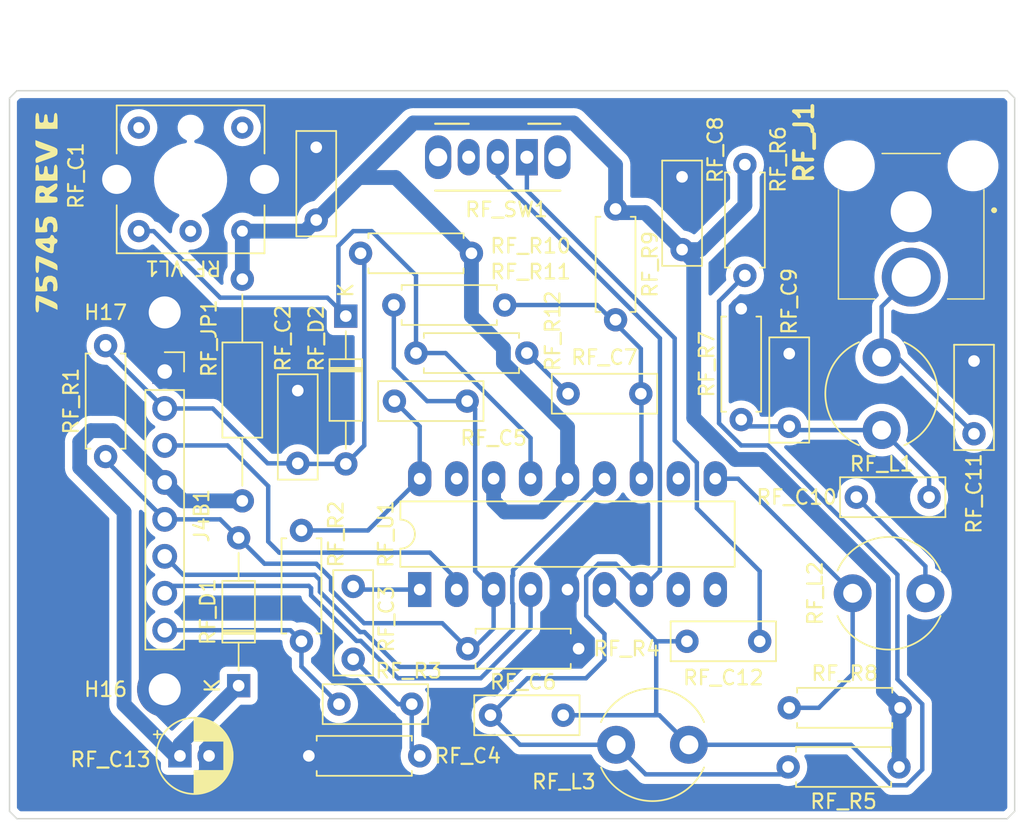
<source format=kicad_pcb>
(kicad_pcb (version 20211014) (generator pcbnew)
  (layers (0 "F.Cu" signal) (31 "B.Cu" signal) (34 "B.Paste" user) (35 "F.Paste" user) (36 "B.SilkS" user "B.Silkscreen") (37 "F.SilkS" user "F.Silkscreen") (38 "B.Mask" user) (39 "F.Mask" user) (44 "Edge.Cuts" user))
  (net 0 "")
  (footprint "Resistor_THT:R_Axial_DIN0207_L6.3mm_D2.5mm_P7.62mm_Horizontal" (layer "F.Cu") (at 163.83 113.792)
    (fp_text reference "RF_R8" (at 3.81 -2.37) (layer "F.SilkS"))
    (fp_text value "82R")
    (pad "1" thru_hole circle (at 0 0) (size 1.6 1.6) (drill 0.8) (layers F&B.Cu *.Mask))
    (pad "2" thru_hole oval (at 7.62 0) (size 1.6 1.6) (drill 0.8) (layers F&B.Cu *.Mask))
  )
  (footprint "RCJ-041:RCJ041_copy" (layer "F.Cu") (at 172.212 79.6905 90)
    (fp_text reference "RF_J1" (at 4.7605 -7.366 90) (layer "F.SilkS") (effects (font (size 1.27 1.27) (thickness 0.254))))
    (fp_text value "RF_OUT" hide)
    (pad "" np_thru_hole circle (at 3.15 4.25 90) (size 0.001 0.001) (drill 2.476) (layers F&B.Cu *.Mask))
    (pad "" np_thru_hole circle (at 3.15 -4.25 90) (size 0.001 0.001) (drill 2.476) (layers F&B.Cu *.Mask))
    (pad "S" thru_hole circle (at 0 0 90) (size 4.227 4.227) (drill 2.818) (layers F&B.Cu *.Mask))
    (pad "T" thru_hole circle (at -4.5 0 90) (size 4.039 4.039) (drill 2.6926) (layers F&B.Cu *.Mask))
  )
  (footprint "Resistor_THT:R_Axial_DIN0207_L6.3mm_D2.5mm_P7.62mm_Horizontal" (layer "F.Cu") (at 149.352 109.728 180)
    (fp_text reference "RF_R4" (at -3.302 0) (layer "F.SilkS"))
    (fp_text value "1K")
    (pad "1" thru_hole circle (at 0 0 180) (size 1.6 1.6) (drill 0.8) (layers F&B.Cu *.Mask))
    (pad "2" thru_hole oval (at 7.62 0 180) (size 1.6 1.6) (drill 0.8) (layers F&B.Cu *.Mask))
  )
  (footprint "Capacitor_THT:C_Disc_D7.0mm_W2.5mm_P5.00mm" (layer "F.Cu") (at 143.296 114.3)
    (fp_text reference "RF_C6" (at 2.246 -2.286) (layer "F.SilkS"))
    (fp_text value "82pF")
    (pad "1" thru_hole circle (at 0 0) (size 1.6 1.6) (drill 0.8) (layers F&B.Cu *.Mask))
    (pad "2" thru_hole circle (at 5 0) (size 1.6 1.6) (drill 0.8) (layers F&B.Cu *.Mask))
  )
  (footprint "Capacitor_THT:C_Disc_D7.0mm_W2.5mm_P5.00mm" (layer "F.Cu") (at 137.882 113.538 180)
    (fp_text reference "RF_C4" (at -3.85 -3.556) (layer "F.SilkS"))
    (fp_text value "47pF")
    (pad "1" thru_hole circle (at 0 0 180) (size 1.6 1.6) (drill 0.8) (layers F&B.Cu *.Mask))
    (pad "2" thru_hole circle (at 5 0 180) (size 1.6 1.6) (drill 0.8) (layers F&B.Cu *.Mask))
  )
  (footprint "Resistor_THT:R_Axial_DIN0207_L6.3mm_D2.5mm_P7.62mm_Horizontal" (layer "F.Cu") (at 160.782 84.074 90)
    (fp_text reference "RF_R6" (at 7.976 2.286 90) (layer "F.SilkS"))
    (fp_text value "270R")
    (pad "1" thru_hole circle (at 0 0 90) (size 1.6 1.6) (drill 0.8) (layers F&B.Cu *.Mask))
    (pad "2" thru_hole oval (at 7.62 0 90) (size 1.6 1.6) (drill 0.8) (layers F&B.Cu *.Mask))
  )
  (footprint "MountingHole:MountingHole_2.2mm_M2_DIN965_Pad" (layer "F.Cu") (at 120.904 86.614)
    (fp_text reference "H17" (at -4.064 0) (layer "F.SilkS"))
    (fp_text value "MountingHole_Pad")
    (pad "1" thru_hole circle (at 0 0) (size 3.8 3.8) (drill 2.2) (layers F&B.Cu *.Mask))
  )
  (footprint "Switches_THT:SW_CuK_OS102011MA1QN1_SPDT_Angled" (layer "F.Cu") (at 145.796 75.946 180)
    (fp_text reference "RF_SW1" (at 1.4 -3.6 180) (layer "F.SilkS"))
    (fp_text value "SW_SPDT")
    (pad "" thru_hole oval (at 6.1 0 180) (size 1.8 3) (drill 1.25) (layers F&B.Cu *.Mask))
    (pad "" thru_hole oval (at -2.1 0 180) (size 1.8 3) (drill 1.25) (layers F&B.Cu *.Mask))
    (pad "1" thru_hole rect (at 0 0 180) (size 1.5 2.5) (drill 0.9) (layers F&B.Cu *.Mask))
    (pad "2" thru_hole oval (at 2 0 180) (size 1.5 2.5) (drill 0.9) (layers F&B.Cu *.Mask))
    (pad "3" thru_hole oval (at 4 0 180) (size 1.5 2.5) (drill 0.9) (layers F&B.Cu *.Mask))
  )
  (footprint "MountingHole:MountingHole_2.2mm_M2_DIN965_Pad" (layer "F.Cu") (at 120.904 112.522)
    (fp_text reference "H16" (at -4.064 0) (layer "F.SilkS"))
    (fp_text value "MountingHole_Pad")
    (pad "1" thru_hole circle (at 0 0) (size 3.8 3.8) (drill 2.2) (layers F&B.Cu *.Mask))
  )
  (footprint "Capacitor_THT:C_Disc_D7.0mm_W2.5mm_P5.00mm" (layer "F.Cu") (at 163.83 94.448 90)
    (fp_text reference "RF_C9" (at 8.596 0 90) (layer "F.SilkS"))
    (fp_text value "82pF")
    (pad "1" thru_hole circle (at 0 0 90) (size 1.6 1.6) (drill 0.8) (layers F&B.Cu *.Mask))
    (pad "2" thru_hole circle (at 5 0 90) (size 1.6 1.6) (drill 0.8) (layers F&B.Cu *.Mask))
  )
  (footprint "Resistor_THT:R_Axial_DIN0207_L6.3mm_D2.5mm_P7.62mm_Horizontal" (layer "F.Cu") (at 145.796 89.408 180)
    (fp_text reference "RF_R12" (at -1.778 1.524 90) (layer "F.SilkS"))
    (fp_text value "15K")
    (pad "1" thru_hole circle (at 0 0 180) (size 1.6 1.6) (drill 0.8) (layers F&B.Cu *.Mask))
    (pad "2" thru_hole oval (at 7.62 0 180) (size 1.6 1.6) (drill 0.8) (layers F&B.Cu *.Mask))
  )
  (footprint "Connector_PinSocket_2.54mm:PinSocket_1x08_P2.54mm_Vertical" (layer "F.Cu") (at 120.904 90.678)
    (fp_text reference "J4B1" (at 2.54 9.906 90) (layer "F.SilkS"))
    (fp_text value "Conn_01x08")
    (pad "1" thru_hole rect (at 0 0) (size 1.7 1.7) (drill 1) (layers F&B.Cu *.Mask))
    (pad "2" thru_hole oval (at 0 2.54) (size 1.7 1.7) (drill 1) (layers F&B.Cu *.Mask))
    (pad "3" thru_hole oval (at 0 5.08) (size 1.7 1.7) (drill 1) (layers F&B.Cu *.Mask))
    (pad "4" thru_hole oval (at 0 7.62) (size 1.7 1.7) (drill 1) (layers F&B.Cu *.Mask))
    (pad "5" thru_hole oval (at 0 10.16) (size 1.7 1.7) (drill 1) (layers F&B.Cu *.Mask))
    (pad "6" thru_hole oval (at 0 12.7) (size 1.7 1.7) (drill 1) (layers F&B.Cu *.Mask))
    (pad "7" thru_hole oval (at 0 15.24) (size 1.7 1.7) (drill 1) (layers F&B.Cu *.Mask))
    (pad "8" thru_hole oval (at 0 17.78) (size 1.7 1.7) (drill 1) (layers F&B.Cu *.Mask))
  )
  (footprint "Capacitor_THT:C_Disc_D7.0mm_W2.5mm_P5.00mm" (layer "F.Cu") (at 136.692 92.71)
    (fp_text reference "RF_C5" (at 6.818 2.54) (layer "F.SilkS"))
    (fp_text value "47pF")
    (pad "1" thru_hole circle (at 0 0) (size 1.6 1.6) (drill 0.8) (layers F&B.Cu *.Mask))
    (pad "2" thru_hole circle (at 5 0) (size 1.6 1.6) (drill 0.8) (layers F&B.Cu *.Mask))
  )
  (footprint "Inductor_THT:L_Radial_D7.5mm_P5.00mm_Fastron_07P" (layer "F.Cu") (at 170.18 94.702 90)
    (fp_text reference "RF_L1" (at -2.326 0 180) (layer "F.SilkS"))
    (fp_text value "1.4uH")
    (pad "1" thru_hole circle (at 0 0 90) (size 2.6 2.6) (drill 1.3) (layers F&B.Cu *.Mask))
    (pad "2" thru_hole circle (at 5 0 90) (size 2.6 2.6) (drill 1.3) (layers F&B.Cu *.Mask))
  )
  (footprint "Resistor_THT:R_Axial_DIN0207_L6.3mm_D2.5mm_P7.62mm_Horizontal" (layer "F.Cu") (at 130.302 101.6 -90)
    (fp_text reference "RF_R2" (at 0.254 -2.37 90) (layer "F.SilkS"))
    (fp_text value "1K")
    (pad "1" thru_hole circle (at 0 0 270) (size 1.6 1.6) (drill 0.8) (layers F&B.Cu *.Mask))
    (pad "2" thru_hole oval (at 7.62 0 270) (size 1.6 1.6) (drill 0.8) (layers F&B.Cu *.Mask))
  )
  (footprint "Resistor_THT:R_Axial_DIN0207_L6.3mm_D2.5mm_P7.62mm_Horizontal" (layer "F.Cu") (at 160.528 93.98 90)
    (fp_text reference "RF_R7" (at 3.81 -2.37 90) (layer "F.SilkS"))
    (fp_text value "47R")
    (pad "1" thru_hole circle (at 0 0 90) (size 1.6 1.6) (drill 0.8) (layers F&B.Cu *.Mask))
    (pad "2" thru_hole oval (at 7.62 0 90) (size 1.6 1.6) (drill 0.8) (layers F&B.Cu *.Mask))
  )
  (footprint "Resistor_THT:R_Axial_DIN0207_L6.3mm_D2.5mm_P7.62mm_Horizontal" (layer "F.Cu") (at 116.84 96.52 90)
    (fp_text reference "RF_R1" (at 3.81 -2.37 90) (layer "F.SilkS"))
    (fp_text value "39K")
    (pad "1" thru_hole circle (at 0 0 90) (size 1.6 1.6) (drill 0.8) (layers F&B.Cu *.Mask))
    (pad "2" thru_hole oval (at 7.62 0 90) (size 1.6 1.6) (drill 0.8) (layers F&B.Cu *.Mask))
  )
  (footprint "Capacitor_THT:C_Disc_D7.0mm_W2.5mm_P5.00mm" (layer "F.Cu") (at 176.53 94.956 90)
    (fp_text reference "RF_C11" (at -4.104 0 90) (layer "F.SilkS"))
    (fp_text value "270pF")
    (pad "1" thru_hole circle (at 0 0 90) (size 1.6 1.6) (drill 0.8) (layers F&B.Cu *.Mask))
    (pad "2" thru_hole circle (at 5 0 90) (size 1.6 1.6) (drill 0.8) (layers F&B.Cu *.Mask))
  )
  (footprint "Inductor_THT:L_Radial_D7.5mm_P5.00mm_Fastron_07P" (layer "F.Cu") (at 151.932 116.332)
    (fp_text reference "RF_L3" (at -3.596 2.54) (layer "F.SilkS"))
    (fp_text value "1.5uH")
    (pad "1" thru_hole circle (at 0 0) (size 2.6 2.6) (drill 1.3) (layers F&B.Cu *.Mask))
    (pad "2" thru_hole circle (at 5 0) (size 2.6 2.6) (drill 1.3) (layers F&B.Cu *.Mask))
  )
  (footprint "Capacitor_THT:C_Disc_D7.0mm_W2.5mm_P5.00mm" (layer "F.Cu") (at 148.63 92.202)
    (fp_text reference "RF_C7" (at 2.5 -2.5) (layer "F.SilkS"))
    (fp_text value "47pF")
    (pad "1" thru_hole circle (at 0 0) (size 1.6 1.6) (drill 0.8) (layers F&B.Cu *.Mask))
    (pad "2" thru_hole circle (at 5 0) (size 1.6 1.6) (drill 0.8) (layers F&B.Cu *.Mask))
  )
  (footprint "Capacitor_THT:C_Disc_D7.0mm_W2.5mm_P5.00mm" (layer "F.Cu") (at 131.318 80.264 90)
    (fp_text reference "RF_C1" (at 3.048 -16.51 90) (layer "F.SilkS"))
    (fp_text value "1nF")
    (pad "1" thru_hole circle (at 0 0 90) (size 1.6 1.6) (drill 0.8) (layers F&B.Cu *.Mask))
    (pad "2" thru_hole circle (at 5 0 90) (size 1.6 1.6) (drill 0.8) (layers F&B.Cu *.Mask))
  )
  (footprint "Capacitor_THT:CP_Radial_D5.0mm_P2.00mm" (layer "F.Cu") (at 121.951328 117.094)
    (fp_text reference "RF_C13" (at -4.767552 0.254) (layer "F.SilkS"))
    (fp_text value "10uF")
    (pad "1" thru_hole rect (at 0 0) (size 1.6 1.6) (drill 0.8) (layers F&B.Cu *.Mask))
    (pad "2" thru_hole circle (at 2 0) (size 1.6 1.6) (drill 0.8) (layers F&B.Cu *.Mask))
  )
  (footprint "Resistor_THT:R_Axial_DIN0207_L6.3mm_D2.5mm_P7.62mm_Horizontal" (layer "F.Cu") (at 171.374 117.856 180)
    (fp_text reference "RF_R5" (at 3.81 -2.37) (layer "F.SilkS"))
    (fp_text value "270R")
    (pad "1" thru_hole circle (at 0 0 180) (size 1.6 1.6) (drill 0.8) (layers F&B.Cu *.Mask))
    (pad "2" thru_hole oval (at 7.62 0 180) (size 1.6 1.6) (drill 0.8) (layers F&B.Cu *.Mask))
  )
  (footprint "Resistor_THT:R_Axial_DIN0207_L6.3mm_D2.5mm_P7.62mm_Horizontal" (layer "F.Cu") (at 141.986 82.55 180)
    (fp_text reference "RF_R10" (at -4.064 0.508) (layer "F.SilkS"))
    (fp_text value "39K")
    (pad "1" thru_hole circle (at 0 0 180) (size 1.6 1.6) (drill 0.8) (layers F&B.Cu *.Mask))
    (pad "2" thru_hole oval (at 7.62 0 180) (size 1.6 1.6) (drill 0.8) (layers F&B.Cu *.Mask))
  )
  (footprint "logos:rf_board_revision" (layer "F.Cu") (at 112.776 79.756 90)
    (fp_text reference "S5" hide)
    (fp_text value "rf_board_rev" hide)
  )
  (footprint "Capacitor_THT:C_Disc_D7.0mm_W2.5mm_P5.00mm" (layer "F.Cu") (at 130.048 91.988 -90)
    (fp_text reference "RF_C2" (at -3.596 1.016 90) (layer "F.SilkS"))
    (fp_text value "10nF")
    (pad "1" thru_hole circle (at 0 0 270) (size 1.6 1.6) (drill 0.8) (layers F&B.Cu *.Mask))
    (pad "2" thru_hole circle (at 5 0 270) (size 1.6 1.6) (drill 0.8) (layers F&B.Cu *.Mask))
  )
  (footprint "Capacitor_THT:C_Disc_D7.0mm_W2.5mm_P5.00mm" (layer "F.Cu") (at 168.442 99.314)
    (fp_text reference "RF_C10" (at -4.104 0) (layer "F.SilkS"))
    (fp_text value "10pF")
    (pad "1" thru_hole circle (at 0 0) (size 1.6 1.6) (drill 0.8) (layers F&B.Cu *.Mask))
    (pad "2" thru_hole circle (at 5 0) (size 1.6 1.6) (drill 0.8) (layers F&B.Cu *.Mask))
  )
  (footprint "Capacitor_THT:C_Disc_D7.0mm_W2.5mm_P5.00mm" (layer "F.Cu") (at 161.798 109.22 180)
    (fp_text reference "RF_C12" (at 2.5 -2.5) (layer "F.SilkS"))
    (fp_text value "20pF")
    (pad "1" thru_hole circle (at 0 0 180) (size 1.6 1.6) (drill 0.8) (layers F&B.Cu *.Mask))
    (pad "2" thru_hole circle (at 5 0 180) (size 1.6 1.6) (drill 0.8) (layers F&B.Cu *.Mask))
  )
  (footprint "Inductor_THT:L_Radial_D7.5mm_P5.00mm_Fastron_07P" (layer "F.Cu") (at 168.188 105.918)
    (fp_text reference "RF_L2" (at -2.58 0 90) (layer "F.SilkS"))
    (fp_text value "1.4uH")
    (pad "1" thru_hole circle (at 0 0) (size 2.6 2.6) (drill 1.3) (layers F&B.Cu *.Mask))
    (pad "2" thru_hole circle (at 5 0) (size 2.6 2.6) (drill 1.3) (layers F&B.Cu *.Mask))
  )
  (footprint "Resistor_THT:R_Axial_DIN0207_L6.3mm_D2.5mm_P7.62mm_Horizontal" (layer "F.Cu") (at 151.892 79.502 -90)
    (fp_text reference "RF_R9" (at 3.81 -2.37 90) (layer "F.SilkS"))
    (fp_text value "8K2")
    (pad "1" thru_hole circle (at 0 0 270) (size 1.6 1.6) (drill 0.8) (layers F&B.Cu *.Mask))
    (pad "2" thru_hole oval (at 7.62 0 270) (size 1.6 1.6) (drill 0.8) (layers F&B.Cu *.Mask))
  )
  (footprint "Resistor_THT:R_Axial_DIN0207_L6.3mm_D2.5mm_P7.62mm_Horizontal" (layer "F.Cu") (at 130.81 117.094)
    (fp_text reference "RF_R3" (at 6.858 -5.842) (layer "F.SilkS"))
    (fp_text value "1K")
    (pad "1" thru_hole circle (at 0 0) (size 1.6 1.6) (drill 0.8) (layers F&B.Cu *.Mask))
    (pad "2" thru_hole oval (at 7.62 0) (size 1.6 1.6) (drill 0.8) (layers F&B.Cu *.Mask))
  )
  (footprint "Variable_Inductors:Sumida_73279" (layer "F.Cu") (at 122.682 77.47 180)
    (fp_text reference "RF_VL1" (at 0.508 -6.096 180 unlocked) (layer "F.SilkS"))
    (fp_text value "Sumida_73279")
    (pad "1" thru_hole circle (at 3.556 -3.556 180) (size 1.524 1.524) (drill 0.762) (layers F&B.Cu *.Mask))
    (pad "2" thru_hole circle (at 0 -3.556 180) (size 1.524 1.524) (drill 0.762) (layers F&B.Cu *.Mask))
    (pad "3" thru_hole circle (at -3.556 -3.556 180) (size 1.524 1.524) (drill 0.762) (layers F&B.Cu *.Mask))
    (pad "4" thru_hole circle (at -3.556 3.556 180) (size 1.524 1.524) (drill 0.762) (layers F&B.Cu *.Mask))
    (pad "5" thru_hole circle (at 0 3.556 180) (size 1.524 1.524) (drill 0.762) (layers F&B.Cu) (remove_unused_layers))
    (pad "6" thru_hole circle (at 3.556 3.556 180) (size 1.524 1.524) (drill 0.762) (layers F&B.Cu *.Mask))
    (pad "7" thru_hole circle (at 0 0 180) (size 5 5) (drill 4) (layers F&B.Cu *.Mask) (remove_unused_layers))
    (pad "S" thru_hole circle (at 5.08 0 180) (size 3 3) (drill 2) (layers F&B.Cu *.Mask))
    (pad "S" thru_hole circle (at -5.08 0 180) (size 3 3) (drill 2) (layers F&B.Cu *.Mask))
  )
  (footprint "Diode_THT:D_DO-35_SOD27_P10.16mm_Horizontal" (layer "F.Cu") (at 125.984 112.268 90)
    (fp_text reference "RF_D1" (at 5.08 -2.12 90) (layer "F.SilkS"))
    (fp_text value "1N753")
    (fp_text user "K" (at 0 -1.8 90) (layer "F.SilkS"))
    (pad "1" thru_hole rect (at 0 0 90) (size 1.6 1.6) (drill 0.8) (layers F&B.Cu *.Mask))
    (pad "2" thru_hole oval (at 10.16 0 90) (size 1.6 1.6) (drill 0.8) (layers F&B.Cu *.Mask))
  )
  (footprint "Resistor_THT:R_Axial_DIN0207_L6.3mm_D2.5mm_P7.62mm_Horizontal" (layer "F.Cu") (at 136.652 86.106)
    (fp_text reference "RF_R11" (at 9.398 -2.286) (layer "F.SilkS"))
    (fp_text value "4K7")
    (pad "1" thru_hole circle (at 0 0) (size 1.6 1.6) (drill 0.8) (layers F&B.Cu *.Mask))
    (pad "2" thru_hole oval (at 7.62 0) (size 1.6 1.6) (drill 0.8) (layers F&B.Cu *.Mask))
  )
  (footprint "Resistor_THT:R_Axial_DIN0207_L6.3mm_D2.5mm_P15.24mm_Horizontal" (layer "F.Cu") (at 126.238 84.328 -90)
    (fp_text reference "RF_JP1" (at 4.064 2.286 90) (layer "F.SilkS"))
    (fp_text value "Jumper_2_Bridged")
    (pad "1" thru_hole circle (at 0 0 270) (size 1.6 1.6) (drill 0.8) (layers F&B.Cu *.Mask))
    (pad "2" thru_hole oval (at 15.24 0 270) (size 1.6 1.6) (drill 0.8) (layers F&B.Cu *.Mask))
  )
  (footprint "Diode_THT:D_DO-35_SOD27_P10.16mm_Horizontal" (layer "F.Cu") (at 133.35 86.868 -90)
    (fp_text reference "RF_D2" (at 1.524 2.032 90) (layer "F.SilkS"))
    (fp_text value "BB329A")
    (fp_text user "K" (at -1.778 0 90) (layer "F.SilkS"))
    (pad "1" thru_hole rect (at 0 0 270) (size 1.6 1.6) (drill 0.8) (layers F&B.Cu *.Mask))
    (pad "2" thru_hole oval (at 10.16 0 270) (size 1.6 1.6) (drill 0.8) (layers F&B.Cu *.Mask))
  )
  (footprint "Capacitor_THT:C_Disc_D7.0mm_W2.5mm_P5.00mm" (layer "F.Cu") (at 156.464 82.296 90)
    (fp_text reference "RF_C8" (at 6.858 2.286 90) (layer "F.SilkS"))
    (fp_text value "10nF")
    (pad "1" thru_hole circle (at 0 0 90) (size 1.6 1.6) (drill 0.8) (layers F&B.Cu *.Mask))
    (pad "2" thru_hole circle (at 5 0 90) (size 1.6 1.6) (drill 0.8) (layers F&B.Cu *.Mask))
  )
  (footprint "Capacitor_THT:C_Disc_D7.0mm_W2.5mm_P5.00mm" (layer "F.Cu") (at 133.858 105.45 -90)
    (fp_text reference "RF_C3" (at 2.246 -2.286 90) (layer "F.SilkS"))
    (fp_text value "10nF")
    (pad "1" thru_hole circle (at 0 0 270) (size 1.6 1.6) (drill 0.8) (layers F&B.Cu *.Mask))
    (pad "2" thru_hole circle (at 5 0 270) (size 1.6 1.6) (drill 0.8) (layers F&B.Cu *.Mask))
  )
  (footprint "Package_DIP:DIP-18_W7.62mm_LongPads" (layer "F.Cu") (at 138.43 105.664 90)
    (fp_text reference "RF_U1" (at 3.81 -2.33 90) (layer "F.SilkS"))
    (fp_text value "LM1889")
    (pad "1" thru_hole rect (at 0 0 90) (size 2.4 1.6) (drill 0.8) (layers F&B.Cu *.Mask))
    (pad "2" thru_hole oval (at 0 2.54 90) (size 2.4 1.6) (drill 0.8) (layers F&B.Cu *.Mask))
    (pad "3" thru_hole oval (at 0 5.08 90) (size 2.4 1.6) (drill 0.8) (layers F&B.Cu *.Mask))
    (pad "4" thru_hole oval (at 0 7.62 90) (size 2.4 1.6) (drill 0.8) (layers F&B.Cu *.Mask))
    (pad "5" thru_hole oval (at 0 10.16 90) (size 2.4 1.6) (drill 0.8) (layers F&B.Cu *.Mask))
    (pad "6" thru_hole oval (at 0 12.7 90) (size 2.4 1.6) (drill 0.8) (layers F&B.Cu *.Mask))
    (pad "7" thru_hole oval (at 0 15.24 90) (size 2.4 1.6) (drill 0.8) (layers F&B.Cu *.Mask))
    (pad "8" thru_hole oval (at 0 17.78 90) (size 2.4 1.6) (drill 0.8) (layers F&B.Cu *.Mask))
    (pad "9" thru_hole oval (at 0 20.32 90) (size 2.4 1.6) (drill 0.8) (layers F&B.Cu *.Mask))
    (pad "10" thru_hole oval (at 7.62 20.32 90) (size 2.4 1.6) (drill 0.8) (layers F&B.Cu *.Mask))
    (pad "11" thru_hole oval (at 7.62 17.78 90) (size 2.4 1.6) (drill 0.8) (layers F&B.Cu *.Mask))
    (pad "12" thru_hole oval (at 7.62 15.24 90) (size 2.4 1.6) (drill 0.8) (layers F&B.Cu *.Mask))
    (pad "13" thru_hole oval (at 7.62 12.7 90) (size 2.4 1.6) (drill 0.8) (layers F&B.Cu *.Mask))
    (pad "14" thru_hole oval (at 7.62 10.16 90) (size 2.4 1.6) (drill 0.8) (layers F&B.Cu *.Mask))
    (pad "15" thru_hole oval (at 7.62 7.62 90) (size 2.4 1.6) (drill 0.8) (layers F&B.Cu *.Mask))
    (pad "16" thru_hole oval (at 7.62 5.08 90) (size 2.4 1.6) (drill 0.8) (layers F&B.Cu *.Mask))
    (pad "17" thru_hole oval (at 7.62 2.54 90) (size 2.4 1.6) (drill 0.8) (layers F&B.Cu *.Mask))
    (pad "18" thru_hole oval (at 7.62 0 90) (size 2.4 1.6) (drill 0.8) (layers F&B.Cu *.Mask))
  )
  (gr_line (start 110.744 121.412) (end 178.816 121.412) (layer "Edge.Cuts") (width 0.1))
  (gr_line (start 178.816 71.374) (end 179.324 71.882) (layer "Edge.Cuts") (width 0.1))
  (gr_line (start 110.744 71.374) (end 110.236 71.882) (layer "Edge.Cuts") (width 0.1))
  (gr_line (start 110.236 120.904) (end 110.236 71.882) (layer "Edge.Cuts") (width 0.1))
  (gr_line (start 179.324 120.904) (end 179.324 71.882) (layer "Edge.Cuts") (width 0.1))
  (gr_line (start 110.744 71.374) (end 178.816 71.374) (layer "Edge.Cuts") (width 0.1))
  (gr_line (start 178.816 121.412) (end 179.324 120.904) (layer "Edge.Cuts") (width 0.1))
  (gr_line (start 110.236 120.904) (end 110.744 121.412) (layer "Edge.Cuts") (width 0.1))
  (segment (start 148.63 92.202) (end 145.836 89.408) (width 0.3048) (layer "B.Cu") (net 0))
  (segment (start 116.84 88.9) (end 116.84 89.154) (width 0.3048) (layer "B.Cu") (net 0))
  (segment (start 157.263999 83.095999) (end 156.464 82.296) (width 1.016) (layer "B.Cu") (net 0))
  (segment (start 120.904 98.298) (end 117.348 94.742) (width 1.016) (layer "B.Cu") (net 0))
  (segment (start 176.53 94.956) (end 171.276 89.702) (width 0.3048) (layer "B.Cu") (net 0))
  (segment (start 137.032548 110.9852) (end 134.631047 108.583699) (width 0.3048) (layer "B.Cu") (net 0))
  (segment (start 128.016 98.552) (end 125.222 95.758) (width 0.3048) (layer "B.Cu") (net 0))
  (segment (start 170.85325 119.1132) (end 171.89475 119.1132) (width 0.3048) (layer "B.Cu") (net 0))
  (segment (start 128.778 103.124) (end 128.016 102.362) (width 0.3048) (layer "B.Cu") (net 0))
  (segment (start 157.48 100.076) (end 157.48 96.942688) (width 0.3048) (layer "B.Cu") (net 0))
  (segment (start 130.302 110.958) (end 132.882 113.538) (width 0.3048) (layer "B.Cu") (net 0))
  (segment (start 141.692 92.71) (end 138.938 92.71) (width 0.3048) (layer "B.Cu") (net 0))
  (segment (start 164.084 94.702) (end 163.83 94.448) (width 0.3048) (layer "B.Cu") (net 0))
  (segment (start 153.964 118.364) (end 151.932 116.332) (width 0.3048) (layer "B.Cu") (net 0))
  (segment (start 154.94 88.392) (end 143.796 77.248) (width 0.3048) (layer "B.Cu") (net 0))
  (segment (start 121.412 105.41) (end 130.81 105.41) (width 0.3048) (layer "B.Cu") (net 0))
  (segment (start 133.35 97.028) (end 130.088 97.028) (width 0.3048) (layer "B.Cu") (net 0))
  (segment (start 168.188 105.918) (end 160.314 98.044) (width 0.3048) (layer "B.Cu") (net 0))
  (segment (start 144.7928 106.584749) (end 144.8436 106.635549) (width 0.3048) (layer "B.Cu") (net 0))
  (segment (start 148.59 98.044) (end 148.59 98.552) (width 1.016) (layer "B.Cu") (net 0))
  (segment (start 130.088 97.028) (end 130.048 96.988) (width 0.3048) (layer "B.Cu") (net 0))
  (segment (start 168.188 111.466) (end 165.862 113.792) (width 0.3048) (layer "B.Cu") (net 0))
  (segment (start 130.81 105.41) (end 130.962899 105.562899) (width 0.3048) (layer "B.Cu") (net 0))
  (segment (start 124.714 85.598) (end 120.142 81.026) (width 0.3048) (layer "B.Cu") (net 0))
  (segment (start 130.048 96.988) (end 127.976 96.988) (width 0.3048) (layer "B.Cu") (net 0))
  (segment (start 156.932 116.332) (end 154.9 114.3) (width 0.3048) (layer "B.Cu") (net 0))
  (segment (start 162.380244 95.758) (end 160.528 95.758) (width 0.3048) (layer "B.Cu") (net 0))
  (segment (start 136.946 113.538) (end 133.858 110.45) (width 0.3048) (layer "B.Cu") (net 0))
  (segment (start 142.24 104.394) (end 142.24 93.258) (width 0.3048) (layer "B.Cu") (net 0))
  (segment (start 143.796 77.248) (end 143.796 75.66) (width 0.3048) (layer "B.Cu") (net 0))
  (segment (start 142.621 111.76) (end 146.05 108.331) (width 0.3048) (layer "B.Cu") (net 0))
  (segment (start 120.904 105.918) (end 121.412 105.41) (width 0.3048) (layer "B.Cu") (net 0))
  (segment (start 138.176 89.408) (end 140.208 89.408) (width 0.3048) (layer "B.Cu") (net 0))
  (segment (start 153.63 92.202) (end 153.63 89.114) (width 0.3048) (layer "B.Cu") (net 0))
  (segment (start 126.238 84.328) (end 126.238 81.026) (width 1.016) (layer "B.Cu") (net 0))
  (segment (start 131.572 105.818602) (end 131.572 105.003101) (width 0.3048) (layer "B.Cu") (net 0))
  (segment (start 138.938 92.71) (end 136.652 90.424) (width 0.3048) (layer "B.Cu") (net 0))
  (segment (start 172.212 79.6905) (end 173.9245 79.6905) (width 1.016) (layer "B.Cu") (net 0))
  (segment (start 120.904 100.838) (end 116.84 96.774) (width 0.3048) (layer "B.Cu") (net 0))
  (segment (start 121.639521 117.094) (end 118.11 113.564479) (width 1.016) (layer "B.Cu") (net 0))
  (segment (start 139.978598 107.974598) (end 134.604648 107.974598) (width 0.3048) (layer "B.Cu") (net 0))
  (segment (start 134.366 82.55) (end 134.62 82.804) (width 0.3048) (layer "B.Cu") (net 0))
  (segment (start 153.67 98.044) (end 153.67 92.242) (width 0.3048) (layer "B.Cu") (net 0))
  (segment (start 140.97 104.9592) (end 139.1348 103.124) (width 0.3048) (layer "B.Cu") (net 0))
  (segment (start 160.996 94.448) (end 160.528 93.98) (width 0.3048) (layer "B.Cu") (net 0))
  (segment (start 141.986 86.868) (end 144.1832 89.0652) (width 1.016) (layer "B.Cu") (net 0))
  (segment (start 138.43 94.448) (end 136.692 92.71) (width 0.3048) (layer "B.Cu") (net 0))
  (segment (start 151.13 98.044) (end 144.8436 104.3304) (width 0.3048) (layer "B.Cu") (net 0))
  (segment (start 170.3008 105.042849) (end 161.980652 96.722701) (width 1.016) (layer "B.Cu") (net 0))
  (segment (start 159.004 94.234) (end 159.004 85.852) (width 0.3048) (layer "B.Cu") (net 0))
  (segment (start 149.86 111.76) (end 151.13 110.49) (width 0.3048) (layer "B.Cu") (net 0))
  (segment (start 171.374 113.868) (end 171.45 113.792) (width 1.016) (layer "B.Cu") (net 0))
  (segment (start 138.176 84.074) (end 138.176 89.408) (width 0.3048) (layer "B.Cu") (net 0))
  (segment (start 161.798 104.394) (end 157.48 100.076) (width 0.3048) (layer "B.Cu") (net 0))
  (segment (start 168.188 105.918) (end 168.188 111.466) (width 0.3048) (layer "B.Cu") (net 0))
  (segment (start 120.904 100.838) (end 124.714 100.838) (width 0.3048) (layer "B.Cu") (net 0))
  (segment (start 171.265501 111.829501) (end 171.265501 104.643256) (width 0.3048) (layer "B.Cu") (net 0))
  (segment (start 154.686 109.22) (end 154.686 114.173) (width 0.3048) (layer "B.Cu") (net 0))
  (segment (start 165.862 113.792) (end 163.83 113.792) (width 0.3048) (layer "B.Cu") (net 0))
  (segment (start 133.858 81.026) (end 135.128 81.026) (width 0.3048) (layer "B.Cu") (net 0))
  (segment (start 134.239 77.343) (end 136.779 77.343) (width 1.016) (layer "B.Cu") (net 0))
  (segment (start 115.062 95.504) (end 115.062 97.282) (width 1.016) (layer "B.Cu") (net 0))
  (segment (start 117.348 94.742) (end 115.824 94.742) (width 1.016) (layer "B.Cu") (net 0))
  (segment (start 173.188 104.06) (end 168.442 99.314) (width 0.3048) (layer "B.Cu") (net 0))
  (segment (start 131.216899 104.648) (end 122.174 104.648) (width 0.3048) (layer "B.Cu") (net 0))
  (segment (start 173.442 97.964) (end 170.18 94.702) (width 0.3048) (layer "B.Cu") (net 0))
  (segment (start 149.8728 107.4548) (end 149.8728 104.743251) (width 0.3048) (layer "B.Cu") (net 0))
  (segment (start 160.782 79.248) (end 160.782 76.81) (width 1.016) (layer "B.Cu") (net 0))
  (segment (start 146.05 95.25) (end 146.05 98.044) (width 0.3048) (layer "B.Cu") (net 0))
  (segment (start 157.48 96.942688) (end 155.956 95.418688) (width 0.3048) (layer "B.Cu") (net 0))
  (segment (start 143.51 105.664) (end 142.24 104.394) (width 0.3048) (layer "B.Cu") (net 0))
  (segment (start 171.276 89.702) (end 170.18 89.702) (width 0.3048) (layer "B.Cu") (net 0))
  (segment (start 126.238 81.026) (end 130.556 81.026) (width 1.016) (layer "B.Cu") (net 0))
  (segment (start 144.8436 104.3304) (end 144.8436 104.692451) (width 0.3048) (layer "B.Cu") (net 0))
  (segment (start 130.962899 106.0709) (end 134.0848 109.1928) (width 0.3048) (layer "B.Cu") (net 0))
  (segment (start 124.206 93.218) (end 120.904 93.218) (width 0.3048) (layer "B.Cu") (net 0))
  (segment (start 156.932 116.332) (end 168.07205 116.332) (width 0.3048) (layer "B.Cu") (net 0))
  (segment (start 155.956 95.418688) (end 155.956 88.392) (width 0.3048) (layer "B.Cu") (net 0))
  (segment (start 134.604648 107.974598) (end 132.334 105.70395) (width 0.3048) (layer "B.Cu") (net 0))
  (segment (start 160.528 95.758) (end 159.004 94.234) (width 0.3048) (layer "B.Cu") (net 0))
  (segment (start 153.924 79.756) (end 151.892 79.756) (width 1.016) (layer "B.Cu") (net 0))
  (segment (start 151.892 76.480497) (end 149.003811 73.592308) (width 1.016) (layer "B.Cu") (net 0))
  (segment (start 139.1348 103.124) (end 128.778 103.124) (width 0.3048) (layer "B.Cu") (net 0))
  (segment (start 160.314 98.044) (end 158.75 98.044) (width 0.3048) (layer "B.Cu") (net 0))
  (segment (start 129.54 108.458) (end 130.302 109.22) (width 0.3048) (layer "B.Cu") (net 0))
  (segment (start 151.13 110.49) (end 151.13 108.712) (width 0.3048) (layer "B.Cu") (net 0))
  (segment (start 163.246 118.364) (end 153.964 118.364) (width 0.3048) (layer "B.Cu") (net 0))
  (segment (start 155.956 88.392) (end 145.796 78.232) (width 0.3048) (layer "B.Cu") (net 0))
  (segment (start 134.62 82.804) (end 134.62 95.758) (width 0.3048) (layer "B.Cu") (net 0))
  (segment (start 149.003811 73.592308) (end 137.989692 73.592308) (width 1.016) (layer "B.Cu") (net 0))
  (segment (start 132.842 82.042) (end 133.858 81.026) (width 0.3048) (layer "B.Cu") (net 0))
  (segment (start 134.631047 108.583699) (end 134.337097 108.583699) (width 0.3048) (layer "B.Cu") (net 0))
  (segment (start 163.83 94.448) (end 160.996 94.448) (width 0.3048) (layer "B.Cu") (net 0))
  (segment (start 171.89475 119.1132) (end 172.974 118.03395) (width 0.3048) (layer "B.Cu") (net 0))
  (segment (start 131.318 103.886) (end 127.762 103.886) (width 0.3048) (layer "B.Cu") (net 0))
  (segment (start 154.686 114.173) (end 154.559 114.3) (width 0.3048) (layer "B.Cu") (net 0))
  (segment (start 171.45 113.792) (end 170.3008 112.6428) (width 1.016) (layer "B.Cu") (net 0))
  (segment (start 156.798 109.22) (end 154.686 109.22) (width 0.3048) (layer "B.Cu") (net 0))
  (segment (start 142.113 109.728) (end 143.51 108.331) (width 0.3048) (layer "B.Cu") (net 0))
  (segment (start 131.572 105.003101) (end 131.216899 104.648) (width 0.3048) (layer "B.Cu") (net 0))
  (segment (start 128.016 102.362) (end 128.016 98.552) (width 0.3048) (layer "B.Cu") (net 0))
  (segment (start 145.796 78.232) (end 145.796 75.66) (width 0.3048) (layer "B.Cu") (net 0))
  (segment (start 132.08 85.598) (end 124.714 85.598) (width 0.3048) (layer "B.Cu") (net 0))
  (segment (start 115.062 97.282) (end 118.11 100.33) (width 1.016) (layer "B.Cu") (net 0))
  (segment (start 140.97 105.664) (end 140.97 104.9592) (width 0.3048) (layer "B.Cu") (net 0))
  (segment (start 116.84 96.774) (end 116.84 96.52) (width 0.3048) (layer "B.Cu") (net 0))
  (segment (start 116.84 89.154) (end 120.904 93.218) (width 0.3048) (layer "B.Cu") (net 0))
  (segment (start 142.2528 110.9852) (end 137.032548 110.9852) (width 0.3048) (layer "B.Cu") (net 0))
  (segment (start 130.302 109.22) (end 130.302 110.958) (width 0.3048) (layer "B.Cu") (net 0))
  (segment (start 151.13 108.712) (end 149.8728 107.4548) (width 0.3048) (layer "B.Cu") (net 0))
  (segment (start 156.464 82.296) (end 157.734 82.296) (width 1.016) (layer "B.Cu") (net 0))
  (segment (start 133.35 86.868) (end 132.842 86.36) (width 0.3048) (layer "B.Cu") (net 0))
  (segment (start 137.882 116.546) (end 138.43 117.094) (width 0.3048) (layer "B.Cu") (net 0))
  (segment (start 161.980652 96.722701) (end 160.125905 96.722701) (width 1.016) (layer "B.Cu") (net 0))
  (segment (start 154.9 114.3) (end 148.296 114.3) (width 0.3048) (layer "B.Cu") (net 0))
  (segment (start 138.43 105.664) (end 134.072 105.664) (width 0.3048) (layer "B.Cu") (net 0))
  (segment (start 134.62 95.758) (end 133.35 97.028) (width 0.3048) (layer "B.Cu") (net 0))
  (segment (start 157.263999 93.860795) (end 157.263999 83.095999) (width 1.016) (layer "B.Cu") (net 0))
  (segment (start 141.986 82.55) (end 141.986 86.868) (width 1.016) (layer "B.Cu") (net 0))
  (segment (start 172.974 113.538) (end 171.265501 111.829501) (width 0.3048) (layer "B.Cu") (net 0))
  (segment (start 132.842 86.36) (end 132.842 82.042) (width 0.3048) (layer "B.Cu") (net 0))
  (segment (start 153.67 92.242) (end 153.63 92.202) (width 0.3048) (layer "B.Cu") (net 0))
  (segment (start 144.8436 104.692451) (end 144.7928 104.743251) (width 0.3048) (layer "B.Cu") (net 0))
  (segment (start 130.302 101.6) (end 134.874 101.6) (width 0.3048) (layer "B.Cu") (net 0))
  (segment (start 153.67 105.664) (end 154.94 104.394) (width 0.3048) (layer "B.Cu") (net 0))
  (segment (start 144.7928 104.743251) (end 144.7928 106.584749) (width 0.3048) (layer "B.Cu") (net 0))
  (segment (start 163.754 117.856) (end 163.246 118.364) (width 0.3048) (layer "B.Cu") (net 0))
  (segment (start 144.272 86.106) (end 150.622 86.106) (width 0.3048) (layer "B.Cu") (net 0))
  (segment (start 143.51 108.331) (end 143.51 105.664) (width 0.3048) (layer "B.Cu") (net 0))
  (segment (start 143.296 114.3) (end 145.836 111.76) (width 0.3048) (layer "B.Cu") (net 0))
  (segment (start 151.892 103.886) (end 153.67 105.664) (width 0.3048) (layer "B.Cu") (net 0))
  (segment (start 135.128 81.026) (end 138.176 84.074) (width 0.3048) (layer "B.Cu") (net 0))
  (segment (start 142.24 93.258) (end 141.692 92.71) (width 0.3048) (layer "B.Cu") (net 0))
  (segment (start 144.1832 90.0812) (end 148.59 94.488) (width 1.016) (layer "B.Cu") (net 0))
  (segment (start 143.296 114.3) (end 145.328 116.332) (width 0.3048) (layer "B.Cu") (net 0))
  (segment (start 138.43 98.044) (end 138.43 94.448) (width 0.3048) (layer "B.Cu") (net 0))
  (segment (start 171.265501 104.643256) (end 162.380244 95.758) (width 0.3048) (layer "B.Cu") (net 0))
  (segment (start 145.836 111.76) (end 149.86 111.76) (width 0.3048) (layer "B.Cu") (net 0))
  (segment (start 136.94595 111.76) (end 142.621 111.76) (width 0.3048) (layer "B.Cu") (net 0))
  (segment (start 144.8436 108.3944) (end 142.2528 110.9852) (width 0.3048) (layer "B.Cu") (net 0))
  (segment (start 171.374 117.856) (end 171.374 113.868) (width 1.016) (layer "B.Cu") (net 0))
  (segment (start 134.37875 109.1928) (end 136.94595 111.76) (width 0.3048) (layer "B.Cu") (net 0))
  (segment (start 160.125905 96.722701) (end 157.263999 93.860795) (width 1.016) (layer "B.Cu") (net 0))
  (segment (start 141.732 109.728) (end 142.113 109.728) (width 0.3048) (layer "B.Cu") (net 0))
  (segment (start 161.798 109.22) (end 161.798 104.394) (width 0.3048) (layer "B.Cu") (net 0))
  (segment (start 134.239 77.343) (end 131.318 80.264) (width 1.016) (layer "B.Cu") (net 0))
  (segment (start 120.904 108.458) (end 129.54 108.458) (width 0.3048) (layer "B.Cu") (net 0))
  (segment (start 140.208 89.408) (end 146.05 95.25) (width 0.3048) (layer "B.Cu") (net 0))
  (segment (start 146.05 108.331) (end 146.05 105.664) (width 0.3048) (layer "B.Cu") (net 0))
  (segment (start 154.559 114.3) (end 148.296 114.3) (width 0.3048) (layer "B.Cu") (net 0))
  (segment (start 143.51 99.568) (end 143.51 98.044) (width 1.016) (layer "B.Cu") (net 0))
  (segment (start 157.734 82.296) (end 160.782 79.248) (width 1.016) (layer "B.Cu") (net 0))
  (segment (start 134.0848 109.1928) (end 134.37875 109.1928) (width 0.3048) (layer "B.Cu") (net 0))
  (segment (start 134.337097 108.583699) (end 131.572 105.818602) (width 0.3048) (layer "B.Cu") (net 0))
  (segment (start 126.238 99.568) (end 122.174 99.568) (width 1.016) (layer "B.Cu") (net 0))
  (segment (start 124.714 100.838) (end 125.984 102.108) (width 0.3048) (layer "B.Cu") (net 0))
  (segment (start 130.962899 105.562899) (end 130.962899 106.0709) (width 0.3048) (layer "B.Cu") (net 0))
  (segment (start 159.004 85.852) (end 160.782 84.074) (width 0.3048) (layer "B.Cu") (net 0))
  (segment (start 154.94 104.394) (end 154.94 88.392) (width 0.3048) (layer "B.Cu") (net 0))
  (segment (start 136.779 77.343) (end 141.986 82.55) (width 1.016) (layer "B.Cu") (net 0))
  (segment (start 121.951328 116.300672) (end 121.951328 117.094) (width 1.016) (layer "B.Cu") (net 0))
  (segment (start 122.174 104.648) (end 120.904 103.378) (width 0.3048) (layer "B.Cu") (net 0))
  (segment (start 153.63 89.114) (end 151.892 87.376) (width 0.3048) (layer "B.Cu") (net 0))
  (segment (start 160.742 94.448) (end 160.528 94.234) (width 0.3048) (layer "B.Cu") (net 0))
  (segment (start 137.882 113.538) (end 137.882 116.546) (width 0.3048) (layer "B.Cu") (net 0))
  (segment (start 151.892 79.756) (end 151.892 76.480497) (width 1.016) (layer "B.Cu") (net 0))
  (segment (start 156.464 82.296) (end 153.924 79.756) (width 1.016) (layer "B.Cu") (net 0))
  (segment (start 141.732 109.728) (end 139.978598 107.974598) (width 0.3048) (layer "B.Cu") (net 0))
  (segment (start 136.652 90.424) (end 136.652 86.106) (width 0.3048) (layer "B.Cu") (net 0))
  (segment (start 146.812 100.33) (end 144.272 100.33) (width 1.016) (layer "B.Cu") (net 0))
  (segment (start 150.730051 103.886) (end 151.892 103.886) (width 0.3048) (layer "B.Cu") (net 0))
  (segment (start 173.188 105.918) (end 173.188 104.06) (width 0.3048) (layer "B.Cu") (net 0))
  (segment (start 125.984 112.268) (end 121.951328 116.300672) (width 1.016) (layer "B.Cu") (net 0))
  (segment (start 150.622 86.106) (end 151.892 87.376) (width 0.3048) (layer "B.Cu") (net 0))
  (segment (start 137.882 113.538) (end 136.946 113.538) (width 0.3048) (layer "B.Cu") (net 0))
  (segment (start 121.951328 117.094) (end 121.639521 117.094) (width 1.016) (layer "B.Cu") (net 0))
  (segment (start 145.328 116.332) (end 151.932 116.332) (width 0.3048) (layer "B.Cu") (net 0))
  (segment (start 133.35 86.868) (end 132.08 85.598) (width 0.3048) (layer "B.Cu") (net 0))
  (segment (start 173.442 99.314) (end 173.442 97.964) (width 0.3048) (layer "B.Cu") (net 0))
  (segment (start 145.836 89.408) (end 145.796 89.408) (width 0.3048) (layer "B.Cu") (net 0))
  (segment (start 151.13 105.664) (end 154.686 109.22) (width 0.3048) (layer "B.Cu") (net 0))
  (segment (start 120.142 81.026) (end 119.126 81.026) (width 0.3048) (layer "B.Cu") (net 0))
  (segment (start 170.18 89.702) (end 170.18 86.2225) (width 0.3048) (layer "B.Cu") (net 0))
  (segment (start 130.556 81.026) (end 131.318 80.264) (width 1.016) (layer "B.Cu") (net 0))
  (segment (start 132.334 104.902) (end 131.318 103.886) (width 0.3048) (layer "B.Cu") (net 0))
  (segment (start 144.8436 106.635549) (end 144.8436 108.3944) (width 0.3048) (layer "B.Cu") (net 0))
  (segment (start 170.18 86.2225) (end 172.212 84.1905) (width 0.3048) (layer "B.Cu") (net 0))
  (segment (start 172.974 118.03395) (end 172.974 113.538) (width 0.3048) (layer "B.Cu") (net 0))
  (segment (start 148.59 98.552) (end 146.812 100.33) (width 1.016) (layer "B.Cu") (net 0))
  (segment (start 127.976 96.988) (end 124.206 93.218) (width 0.3048) (layer "B.Cu") (net 0))
  (segment (start 134.874 101.6) (end 138.43 98.044) (width 0.3048) (layer "B.Cu") (net 0))
  (segment (start 134.072 105.664) (end 133.858 105.45) (width 0.3048) (layer "B.Cu") (net 0))
  (segment (start 144.272 100.33) (end 143.51 99.568) (width 1.016) (layer "B.Cu") (net 0))
  (segment (start 170.3008 112.6428) (end 170.3008 105.042849) (width 1.016) (layer "B.Cu") (net 0))
  (segment (start 170.18 94.702) (end 164.084 94.702) (width 0.3048) (layer "B.Cu") (net 0))
  (segment (start 137.989692 73.592308) (end 134.239 77.343) (width 1.016) (layer "B.Cu") (net 0))
  (segment (start 149.8728 104.743251) (end 150.730051 103.886) (width 0.3048) (layer "B.Cu") (net 0))
  (segment (start 168.07205 116.332) (end 170.85325 119.1132) (width 0.3048) (layer "B.Cu") (net 0))
  (segment (start 118.11 100.33) (end 118.11 113.564479) (width 1.016) (layer "B.Cu") (net 0))
  (segment (start 144.1832 89.0652) (end 144.1832 90.0812) (width 1.016) (layer "B.Cu") (net 0))
  (segment (start 125.222 95.758) (end 120.904 95.758) (width 0.3048) (layer "B.Cu") (net 0))
  (segment (start 132.334 105.70395) (end 132.334 104.902) (width 0.3048) (layer "B.Cu") (net 0))
  (segment (start 122.174 99.568) (end 120.904 98.298) (width 1.016) (layer "B.Cu") (net 0))
  (segment (start 127.762 103.886) (end 125.984 102.108) (width 0.3048) (layer "B.Cu") (net 0))
  (segment (start 148.59 94.488) (end 148.59 98.044) (width 1.016) (layer "B.Cu") (net 0))
  (segment (start 115.824 94.742) (end 115.062 95.504) (width 1.016) (layer "B.Cu") (net 0))
  (zone (net 0) (net_name "") (layer "B.Cu") (connect_pads yes (clearance 0.508)) (min_thickness 0.254) (fill yes (thermal_gap 0.3048) (thermal_bridge_width 0.508))
    (polygon (pts (xy 179.324 121.412) (xy 110.236 121.412) (xy 110.236 71.374) (xy 179.324 71.374)))
  )
)
</source>
